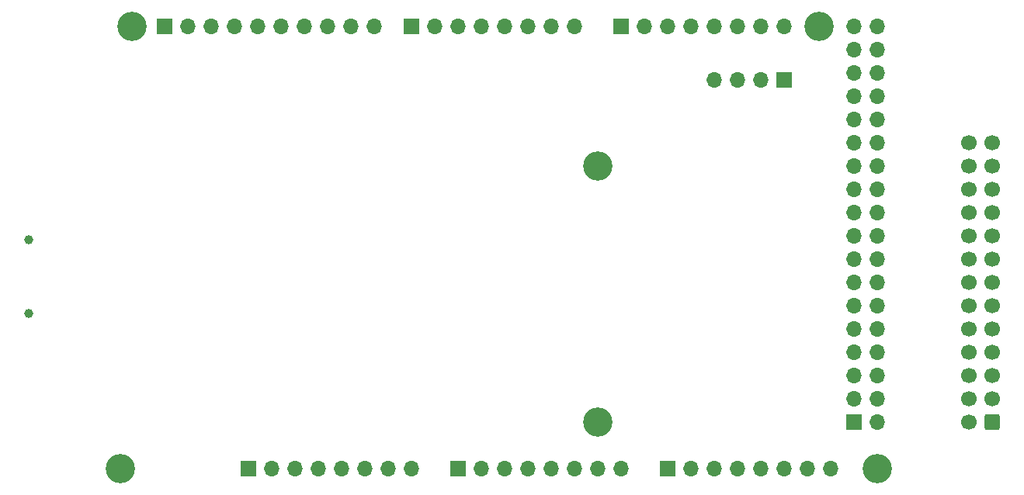
<source format=gbr>
%TF.GenerationSoftware,KiCad,Pcbnew,7.0.9*%
%TF.CreationDate,2023-11-24T14:08:55+01:00*%
%TF.ProjectId,sd-card-shield,73642d63-6172-4642-9d73-6869656c642e,rev?*%
%TF.SameCoordinates,Original*%
%TF.FileFunction,Soldermask,Bot*%
%TF.FilePolarity,Negative*%
%FSLAX46Y46*%
G04 Gerber Fmt 4.6, Leading zero omitted, Abs format (unit mm)*
G04 Created by KiCad (PCBNEW 7.0.9) date 2023-11-24 14:08:55*
%MOMM*%
%LPD*%
G01*
G04 APERTURE LIST*
G04 Aperture macros list*
%AMRoundRect*
0 Rectangle with rounded corners*
0 $1 Rounding radius*
0 $2 $3 $4 $5 $6 $7 $8 $9 X,Y pos of 4 corners*
0 Add a 4 corners polygon primitive as box body*
4,1,4,$2,$3,$4,$5,$6,$7,$8,$9,$2,$3,0*
0 Add four circle primitives for the rounded corners*
1,1,$1+$1,$2,$3*
1,1,$1+$1,$4,$5*
1,1,$1+$1,$6,$7*
1,1,$1+$1,$8,$9*
0 Add four rect primitives between the rounded corners*
20,1,$1+$1,$2,$3,$4,$5,0*
20,1,$1+$1,$4,$5,$6,$7,0*
20,1,$1+$1,$6,$7,$8,$9,0*
20,1,$1+$1,$8,$9,$2,$3,0*%
G04 Aperture macros list end*
%ADD10R,1.700000X1.700000*%
%ADD11O,1.700000X1.700000*%
%ADD12C,3.200000*%
%ADD13C,1.000000*%
%ADD14RoundRect,0.250000X0.600000X0.600000X-0.600000X0.600000X-0.600000X-0.600000X0.600000X-0.600000X0*%
%ADD15C,1.700000*%
G04 APERTURE END LIST*
D10*
%TO.C,P1*%
X193980000Y-92380000D03*
D11*
X196520000Y-92380000D03*
X193980000Y-89840000D03*
X196520000Y-89840000D03*
X193980000Y-87300000D03*
X196520000Y-87300000D03*
X193980000Y-84760000D03*
X196520000Y-84760000D03*
X193980000Y-82220000D03*
X196520000Y-82220000D03*
X193980000Y-79680000D03*
X196520000Y-79680000D03*
X193980000Y-77140000D03*
X196520000Y-77140000D03*
X193980000Y-74600000D03*
X196520000Y-74600000D03*
X193980000Y-72060000D03*
X196520000Y-72060000D03*
X193980000Y-69520000D03*
X196520000Y-69520000D03*
X193980000Y-66980000D03*
X196520000Y-66980000D03*
X193980000Y-64440000D03*
X196520000Y-64440000D03*
X193980000Y-61900000D03*
X196520000Y-61900000D03*
X193980000Y-59360000D03*
X196520000Y-59360000D03*
X193980000Y-56820000D03*
X196520000Y-56820000D03*
X193980000Y-54280000D03*
X196520000Y-54280000D03*
X193980000Y-51740000D03*
X196520000Y-51740000D03*
X193980000Y-49200000D03*
X196520000Y-49200000D03*
%TD*%
D10*
%TO.C,P2*%
X127940000Y-97460000D03*
D11*
X130480000Y-97460000D03*
X133020000Y-97460000D03*
X135560000Y-97460000D03*
X138100000Y-97460000D03*
X140640000Y-97460000D03*
X143180000Y-97460000D03*
X145720000Y-97460000D03*
%TD*%
D10*
%TO.C,P3*%
X150800000Y-97460000D03*
D11*
X153340000Y-97460000D03*
X155880000Y-97460000D03*
X158420000Y-97460000D03*
X160960000Y-97460000D03*
X163500000Y-97460000D03*
X166040000Y-97460000D03*
X168580000Y-97460000D03*
%TD*%
D10*
%TO.C,P4*%
X173660000Y-97460000D03*
D11*
X176200000Y-97460000D03*
X178740000Y-97460000D03*
X181280000Y-97460000D03*
X183820000Y-97460000D03*
X186360000Y-97460000D03*
X188900000Y-97460000D03*
X191440000Y-97460000D03*
%TD*%
D10*
%TO.C,P5*%
X118796000Y-49200000D03*
D11*
X121336000Y-49200000D03*
X123876000Y-49200000D03*
X126416000Y-49200000D03*
X128956000Y-49200000D03*
X131496000Y-49200000D03*
X134036000Y-49200000D03*
X136576000Y-49200000D03*
X139116000Y-49200000D03*
X141656000Y-49200000D03*
%TD*%
D10*
%TO.C,P6*%
X145720000Y-49200000D03*
D11*
X148260000Y-49200000D03*
X150800000Y-49200000D03*
X153340000Y-49200000D03*
X155880000Y-49200000D03*
X158420000Y-49200000D03*
X160960000Y-49200000D03*
X163500000Y-49200000D03*
%TD*%
D10*
%TO.C,P7*%
X168580000Y-49200000D03*
D11*
X171120000Y-49200000D03*
X173660000Y-49200000D03*
X176200000Y-49200000D03*
X178740000Y-49200000D03*
X181280000Y-49200000D03*
X183820000Y-49200000D03*
X186360000Y-49200000D03*
%TD*%
D12*
%TO.C,MH6*%
X196520000Y-97460000D03*
%TD*%
D13*
%TO.C,J2*%
X103975000Y-72525000D03*
X103975000Y-80525000D03*
%TD*%
D12*
%TO.C,MH1*%
X115240000Y-49200000D03*
%TD*%
D10*
%TO.C,J1*%
X186360000Y-55050000D03*
D11*
X183820000Y-55050000D03*
X181280000Y-55050000D03*
X178740000Y-55050000D03*
%TD*%
D14*
%TO.C,J3*%
X209000000Y-92380000D03*
D15*
X206460000Y-92380000D03*
X209000000Y-89840000D03*
X206460000Y-89840000D03*
X209000000Y-87300000D03*
X206460000Y-87300000D03*
X209000000Y-84760000D03*
X206460000Y-84760000D03*
X209000000Y-82220000D03*
X206460000Y-82220000D03*
X209000000Y-79680000D03*
X206460000Y-79680000D03*
X209000000Y-77140000D03*
X206460000Y-77140000D03*
X209000000Y-74600000D03*
X206460000Y-74600000D03*
X209000000Y-72060000D03*
X206460000Y-72060000D03*
X209000000Y-69520000D03*
X206460000Y-69520000D03*
X209000000Y-66980000D03*
X206460000Y-66980000D03*
X209000000Y-64440000D03*
X206460000Y-64440000D03*
X209000000Y-61900000D03*
X206460000Y-61900000D03*
%TD*%
D12*
%TO.C,MH2*%
X113970000Y-97460000D03*
%TD*%
%TO.C,MH3*%
X166040000Y-64440000D03*
%TD*%
%TO.C,MH4*%
X166040000Y-92380000D03*
%TD*%
%TO.C,MH5*%
X190170000Y-49200000D03*
%TD*%
M02*

</source>
